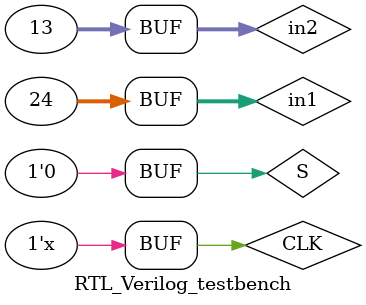
<source format=v>
module RTL_Verilog_testbench();
     reg [31:0]in1;
     reg [31:0]in2;
     reg S;
     wire [31:0]res;
     reg CLK;
     wire V;
     RTL_Verilog test(in1, in2, S, CLK, V, res);
     initial begin
          CLK <= 0;
          in1 <= 24;
          in2 <= 13;
          S <= 0;
          #100 S <= 1;
          #140 S <= 0;
     end
     always begin
          #20 CLK = ~CLK;
     end
endmodule

</source>
